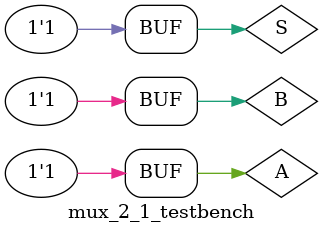
<source format=v>
module mux_2_1_testbench;

  // Input
  reg A;
  reg B;
  reg S;

  // Output
  wire out;

  // Instantiate the mux_2_1 module
  mux_2_1 uut (
    .A(A),
    .B(B),
    .S(S),
    .out(out)
  );

  // Test sequence
  initial begin
    A = 0; B = 0; S = 0;
    #10; 
    A = 0; B = 1; S = 0;
    #10;
    A = 1; B = 0; S = 0;
    #10; 
    A = 1; B = 1; S = 0;
    #10; 
    A = 0; B = 0; S = 1;
    #10;
    A = 0; B = 1; S = 1;
    #10;
    A = 1; B = 0; S = 1;
    #10;
    A = 1; B = 1; S = 1;
    #10;
  end

endmodule


</source>
